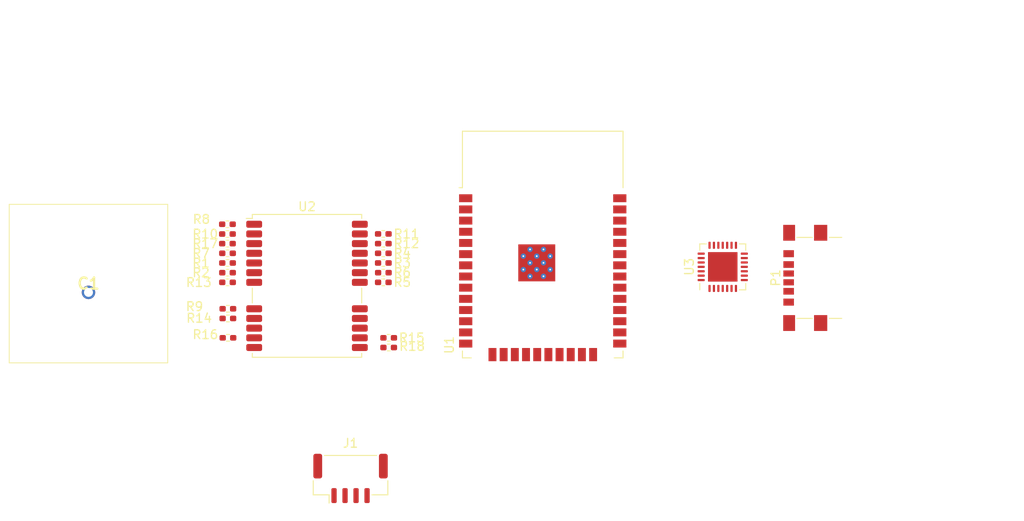
<source format=kicad_pcb>
(kicad_pcb (version 20221018) (generator pcbnew)
  (layers (0 "F.Cu" signal) (31 "B.Cu" signal) (34 "B.Paste" user) (35 "F.Paste" user) (36 "B.SilkS" user "B.Silkscreen") (37 "F.SilkS" user "F.Silkscreen") (38 "B.Mask" user) (39 "F.Mask" user) (44 "Edge.Cuts" user))
  (net 0 "")
  (net 1 "Net-(U1-EN)")
  (net 2 "Net-(U1-IO0)")
  (net 34 "GPS_CS")
  (net 35 "GPS_MISO")
  (net 36 "GPS_MOSI")
  (net 37 "Net-(U2-USB_DM)")
  (net 40 "Net-(U2-USB_DP)")
  (net 41 "Net-(U2-TXD{slash}SPI_MISO)")
  (net 42 "Net-(U2-RXD{slash}SPI_MOSI)")
  (net 43 "Net-(U2-SDA{slash}~{SPI_CS})")
  (net 44 "Net-(U2-~{SAFEBOOT})")
  (net 45 "Net-(U2-D_SEL)")
  (net 46 "Net-(U2-TIMEPULSE)")
  (net 47 "Net-(U2-EXTINT)")
  (net 48 "Net-(U2-VDD_USB)")
  (net 49 "Net-(U2-~{RESET})")
  (net 50 "Net-(U2-VCC_RF)")
  (net 51 "Net-(R18-Pad2)")
  (net 52 "Net-(U2-RF_IN)")
  (net 53 "Net-(U2-LNA_EN)")
  (net 54 "Net-(U2-SCL{slash}SPI_CLK)")
  (net 55 "Net-(U2-V_BCKP)")
  (net 56 "Net-(U2-VCC)")
  (net 57 "GPS_SCK")
  (net 62 "+3V3")
  (net 63 "GND")
  (net 67 "Net-(C1-Pad1)")
  (net 69 "Net-(U3-VBUS)")
  (net 73 "Net-(P1-D+)")
  (net 74 "Net-(P1-D-)")
  (net 93 "ESP32_RX0")
  (net 94 "ESP32_TX0")
  (footprint "Resistor_SMD:R_0402_1005Metric_Pad0.72x0.64mm_HandSolder" (layer "F.Cu") (at 121.1425 104.91)
    (fp_text reference "R17" (at -2.5225 0) (layer "F.SilkS"))
    (fp_text value "R_Small" hide)
    (fp_line (start -0.167621 -0.38) (end 0.167621 -0.38) (stroke (width 0.12)) (layer "F.SilkS"))
    (fp_line (start -0.167621 0.38) (end 0.167621 0.38) (stroke (width 0.12)) (layer "F.SilkS"))
    (pad "1" smd roundrect (at -0.5975 0) (size 0.715 0.64) (layers "F.Cu" "F.Paste" "F.Mask") (net 46 "Net-(U2-TIMEPULSE)"))
    (pad "2" smd roundrect (at 0.5975 0) (size 0.715 0.64) (layers "F.Cu" "F.Paste" "F.Mask"))
  )
  (footprint "Resistor_SMD:R_0402_1005Metric_Pad0.72x0.64mm_HandSolder" (layer "F.Cu") (at 121.1525 106.01)
    (fp_text reference "R7" (at -3.0125 0) (layer "F.SilkS"))
    (fp_text value "R_Small" hide)
    (fp_line (start -0.167621 -0.38) (end 0.167621 -0.38) (stroke (width 0.12)) (layer "F.SilkS"))
    (fp_line (start -0.167621 0.38) (end 0.167621 0.38) (stroke (width 0.12)) (layer "F.SilkS"))
    (pad "1" smd roundrect (at -0.5975 0) (size 0.715 0.64) (layers "F.Cu" "F.Paste" "F.Mask"))
    (pad "2" smd roundrect (at 0.5975 0) (size 0.715 0.64) (layers "F.Cu" "F.Paste" "F.Mask") (net 47 "Net-(U2-EXTINT)"))
  )
  (footprint "Resistor_SMD:R_0402_1005Metric_Pad0.72x0.64mm_HandSolder" (layer "F.Cu") (at 138.8525 108.21)
    (fp_text reference "R6" (at 2.1475 -0.01) (layer "F.SilkS"))
    (fp_text value "R_Small" hide)
    (fp_line (start -0.167621 -0.38) (end 0.167621 -0.38) (stroke (width 0.12)) (layer "F.SilkS"))
    (fp_line (start -0.167621 0.38) (end 0.167621 0.38) (stroke (width 0.12)) (layer "F.SilkS"))
    (pad "1" smd roundrect (at -0.5975 0) (size 0.715 0.64) (layers "F.Cu" "F.Paste" "F.Mask") (net 57 "GPS_SCK"))
    (pad "2" smd roundrect (at 0.5975 0) (size 0.715 0.64) (layers "F.Cu" "F.Paste" "F.Mask") (net 54 "Net-(U2-SCL{slash}SPI_CLK)"))
  )
  (footprint "Resistor_SMD:R_0402_1005Metric_Pad0.72x0.64mm_HandSolder" (layer "F.Cu") (at 121.1425 102.71)
    (fp_text reference "R8" (at -2.9525 -0.56) (layer "F.SilkS"))
    (fp_text value "R_Small" hide)
    (fp_line (start -0.167621 -0.38) (end 0.167621 -0.38) (stroke (width 0.12)) (layer "F.SilkS"))
    (fp_line (start -0.167621 0.38) (end 0.167621 0.38) (stroke (width 0.12)) (layer "F.SilkS"))
    (pad "1" smd roundrect (at -0.5975 0) (size 0.715 0.64) (layers "F.Cu" "F.Paste" "F.Mask"))
    (pad "2" smd roundrect (at 0.5975 0) (size 0.715 0.64) (layers "F.Cu" "F.Paste" "F.Mask") (net 44 "Net-(U2-~{SAFEBOOT})"))
  )
  (footprint "Resistor_SMD:R_0402_1005Metric_Pad0.72x0.64mm_HandSolder" (layer "F.Cu") (at 138.8475 109.31)
    (fp_text reference "R5" (at 2.1525 0) (layer "F.SilkS"))
    (fp_text value "R_Small" hide)
    (fp_line (start -0.167621 -0.38) (end 0.167621 -0.38) (stroke (width 0.12)) (layer "F.SilkS"))
    (fp_line (start -0.167621 0.38) (end 0.167621 0.38) (stroke (width 0.12)) (layer "F.SilkS"))
    (pad "1" smd roundrect (at -0.5975 0) (size 0.715 0.64) (layers "F.Cu" "F.Paste" "F.Mask") (net 34 "GPS_CS"))
    (pad "2" smd roundrect (at 0.5975 0) (size 0.715 0.64) (layers "F.Cu" "F.Paste" "F.Mask") (net 43 "Net-(U2-SDA{slash}~{SPI_CS})"))
  )
  (footprint "Resistor_SMD:R_0402_1005Metric_Pad0.72x0.64mm_HandSolder" (layer "F.Cu") (at 139.4575 115.61)
    (fp_text reference "R15" (at 2.6225 0) (layer "F.SilkS"))
    (fp_text value "R_Small" hide)
    (fp_line (start -0.167621 -0.38) (end 0.167621 -0.38) (stroke (width 0.12)) (layer "F.SilkS"))
    (fp_line (start -0.167621 0.38) (end 0.167621 0.38) (stroke (width 0.12)) (layer "F.SilkS"))
    (pad "1" smd roundrect (at -0.5975 0) (size 0.715 0.64) (layers "F.Cu" "F.Paste" "F.Mask") (net 53 "Net-(U2-LNA_EN)"))
    (pad "2" smd roundrect (at 0.5975 0) (size 0.715 0.64) (layers "F.Cu" "F.Paste" "F.Mask"))
  )
  (footprint "Resistor_SMD:R_0402_1005Metric_Pad0.72x0.64mm_HandSolder" (layer "F.Cu") (at 121.1525 109.31)
    (fp_text reference "R13" (at -3.2625 0.01) (layer "F.SilkS"))
    (fp_text value "R_Small" hide)
    (fp_line (start -0.167621 -0.38) (end 0.167621 -0.38) (stroke (width 0.12)) (layer "F.SilkS"))
    (fp_line (start -0.167621 0.38) (end 0.167621 0.38) (stroke (width 0.12)) (layer "F.SilkS"))
    (pad "1" smd roundrect (at -0.5975 0) (size 0.715 0.64) (layers "F.Cu" "F.Paste" "F.Mask") (net 48 "Net-(U2-VDD_USB)"))
    (pad "2" smd roundrect (at 0.5975 0) (size 0.715 0.64) (layers "F.Cu" "F.Paste" "F.Mask") (net 63 "GND"))
  )
  (footprint "Resistor_SMD:R_0402_1005Metric_Pad0.72x0.64mm_HandSolder" (layer "F.Cu") (at 138.8475 103.81)
    (fp_text reference "R11" (at 2.6325 0) (layer "F.SilkS"))
    (fp_text value "R_Small" hide)
    (fp_line (start -0.167621 -0.38) (end 0.167621 -0.38) (stroke (width 0.12)) (layer "F.SilkS"))
    (fp_line (start -0.167621 0.38) (end 0.167621 0.38) (stroke (width 0.12)) (layer "F.SilkS"))
    (pad "1" smd roundrect (at -0.5975 0) (size 0.715 0.64) (layers "F.Cu" "F.Paste" "F.Mask") (net 56 "Net-(U2-VCC)"))
    (pad "2" smd roundrect (at 0.5975 0) (size 0.715 0.64) (layers "F.Cu" "F.Paste" "F.Mask") (net 62 "+3V3"))
  )
  (footprint "Resistor_SMD:R_0402_1005Metric_Pad0.72x0.64mm_HandSolder" (layer "F.Cu") (at 121.1925 112.31)
    (fp_text reference "R9" (at -3.79 -0.25) (layer "F.SilkS"))
    (fp_text value "R_Small" hide)
    (fp_line (start -0.167621 -0.38) (end 0.167621 -0.38) (stroke (width 0.12)) (layer "F.SilkS"))
    (fp_line (start -0.167621 0.38) (end 0.167621 0.38) (stroke (width 0.12)) (layer "F.SilkS"))
    (pad "1" smd roundrect (at -0.5975 0) (size 0.715 0.64) (layers "F.Cu" "F.Paste" "F.Mask"))
    (pad "2" smd roundrect (at 0.5975 0) (size 0.715 0.64) (layers "F.Cu" "F.Paste" "F.Mask") (net 49 "Net-(U2-~{RESET})"))
  )
  (footprint "Resistor_SMD:R_0402_1005Metric_Pad0.72x0.64mm_HandSolder" (layer "F.Cu") (at 121.1525 108.21)
    (fp_text reference "R2" (at -3.0125 0) (layer "F.SilkS"))
    (fp_text value "R_Small" hide)
    (fp_line (start -0.167621 -0.38) (end 0.167621 -0.38) (stroke (width 0.12)) (layer "F.SilkS"))
    (fp_line (start -0.167621 0.38) (end 0.167621 0.38) (stroke (width 0.12)) (layer "F.SilkS"))
    (pad "1" smd roundrect (at -0.5975 0) (size 0.715 0.64) (layers "F.Cu" "F.Paste" "F.Mask"))
    (pad "2" smd roundrect (at 0.5975 0) (size 0.715 0.64) (layers "F.Cu" "F.Paste" "F.Mask") (net 40 "Net-(U2-USB_DP)"))
  )
  (footprint "RF_GPS:ublox_NEO" (layer "F.Cu") (at 130.18 109.71)
    (fp_text reference "U2" (at 0 -9) (layer "F.SilkS"))
    (fp_text value "NEO-M9N")
    (fp_line (start -6.9 -7.66) (end -6.21 -7.66) (stroke (width 0.12)) (layer "F.SilkS"))
    (fp_line (start -6.21 -8.11) (end -6.21 -7.66) (stroke (width 0.12)) (layer "F.SilkS"))
    (fp_line (start -6.21 -8.11) (end 6.21 -8.11) (stroke (width 0.12)) (layer "F.SilkS"))
    (fp_line (start -6.21 0.26) (end -6.21 1.94) (stroke (width 0.12)) (layer "F.SilkS"))
    (fp_line (start -6.21 7.66) (end -6.21 8.11) (stroke (width 0.12)) (layer "F.SilkS"))
    (fp_line (start -6.21 8.11) (end 6.21 8.11) (stroke (width 0.12)) (layer "F.SilkS"))
    (fp_line (start 6.21 -8.11) (end 6.21 -7.66) (stroke (width 0.12)) (layer "F.SilkS"))
    (fp_line (start 6.21 0.26) (end 6.21 1.94) (stroke (width 0.12)) (layer "F.SilkS"))
    (fp_line (start 6.21 7.66) (end 6.21 8.1) (stroke (width 0.12)) (layer "F.SilkS"))
    (pad "1" smd roundrect (at -6 -7) (size 1.8 0.8) (layers "F.Cu" "F.Paste" "F.Mask") (net 44 "Net-(U2-~{SAFEBOOT})"))
    (pad "2" smd roundrect (at -6 -5.9) (size 1.8 0.8) (layers "F.Cu" "F.Paste" "F.Mask") (net 45 "Net-(U2-D_SEL)"))
    (pad "3" smd roundrect (at -6 -4.8) (size 1.8 0.8) (layers "F.Cu" "F.Paste" "F.Mask") (net 46 "Net-(U2-TIMEPULSE)"))
    (pad "4" smd roundrect (at -6 -3.7) (size 1.8 0.8) (layers "F.Cu" "F.Paste" "F.Mask") (net 47 "Net-(U2-EXTINT)"))
    (pad "5" smd roundrect (at -6 -2.6) (size 1.8 0.8) (layers "F.Cu" "F.Paste" "F.Mask") (net 37 "Net-(U2-USB_DM)"))
    (pad "6" smd roundrect (at -6 -1.5) (size 1.8 0.8) (layers "F.Cu" "F.Paste" "F.Mask") (net 40 "Net-(U2-USB_DP)"))
    (pad "7" smd roundrect (at -6 -0.4) (size 1.8 0.8) (layers "F.Cu" "F.Paste" "F.Mask") (net 48 "Net-(U2-VDD_USB)"))
    (pad "8" smd roundrect (at -6 2.6) (size 1.8 0.8) (layers "F.Cu" "F.Paste" "F.Mask") (net 49 "Net-(U2-~{RESET})"))
    (pad "9" smd roundrect (at -6 3.7) (size 1.8 0.8) (layers "F.Cu" "F.Paste" "F.Mask") (net 50 "Net-(U2-VCC_RF)"))
    (pad "10" smd roundrect (at -6 4.8) (size 1.8 0.8) (layers "F.Cu" "F.Paste" "F.Mask") (net 51 "Net-(R18-Pad2)"))
    (pad "11" smd roundrect (at -6 5.9) (size 1.8 0.8) (layers "F.Cu" "F.Paste" "F.Mask") (net 52 "Net-(U2-RF_IN)"))
    (pad "12" smd roundrect (at -6 7) (size 1.8 0.8) (layers "F.Cu" "F.Paste" "F.Mask") (net 51 "Net-(R18-Pad2)"))
    (pad "13" smd roundrect (at 6 7) (size 1.8 0.8) (layers "F.Cu" "F.Paste" "F.Mask") (net 51 "Net-(R18-Pad2)"))
    (pad "14" smd roundrect (at 6 5.9) (size 1.8 0.8) (layers "F.Cu" "F.Paste" "F.Mask") (net 53 "Net-(U2-LNA_EN)"))
    (pad "15" smd roundrect (at 6 4.8) (size 1.8 0.8) (layers "F.Cu" "F.Paste" "F.Mask"))
    (pad "16" smd roundrect (at 6 3.7) (size 1.8 0.8) (layers "F.Cu" "F.Paste" "F.Mask"))
    (pad "17" smd roundrect (at 6 2.6) (size 1.8 0.8) (layers "F.Cu" "F.Paste" "F.Mask"))
    (pad "18" smd roundrect (at 6 -0.4) (size 1.8 0.8) (layers "F.Cu" "F.Paste" "F.Mask") (net 43 "Net-(U2-SDA{slash}~{SPI_CS})"))
    (pad "19" smd roundrect (at 6 -1.5) (size 1.8 0.8) (layers "F.Cu" "F.Paste" "F.Mask") (net 54 "Net-(U2-SCL{slash}SPI_CLK)"))
    (pad "20" smd roundrect (at 6 -2.6) (size 1.8 0.8) (layers "F.Cu" "F.Paste" "F.Mask") (net 41 "Net-(U2-TXD{slash}SPI_MISO)"))
    (pad "21" smd roundrect (at 6 -3.7) (size 1.8 0.8) (layers "F.Cu" "F.Paste" "F.Mask") (net 42 "Net-(U2-RXD{slash}SPI_MOSI)"))
    (pad "22" smd roundrect (at 6 -4.8) (size 1.8 0.8) (layers "F.Cu" "F.Paste" "F.Mask") (net 55 "Net-(U2-V_BCKP)"))
    (pad "23" smd roundrect (at 6 -5.9) (size 1.8 0.8) (layers "F.Cu" "F.Paste" "F.Mask") (net 56 "Net-(U2-VCC)"))
    (pad "24" smd roundrect (at 6 -7) (size 1.8 0.8) (layers "F.Cu" "F.Paste" "F.Mask") (net 51 "Net-(R18-Pad2)"))
  )
  (footprint "Resistor_SMD:R_0402_1005Metric_Pad0.72x0.64mm_HandSolder" (layer "F.Cu") (at 138.8475 104.91)
    (fp_text reference "R12" (at 2.6325 0) (layer "F.SilkS"))
    (fp_text value "R_Small" hide)
    (fp_line (start -0.167621 -0.38) (end 0.167621 -0.38) (stroke (width 0.12)) (layer "F.SilkS"))
    (fp_line (start -0.167621 0.38) (end 0.167621 0.38) (stroke (width 0.12)) (layer "F.SilkS"))
    (pad "1" smd roundrect (at -0.5975 0) (size 0.715 0.64) (layers "F.Cu" "F.Paste" "F.Mask") (net 55 "Net-(U2-V_BCKP)"))
    (pad "2" smd roundrect (at 0.5975 0) (size 0.715 0.64) (layers "F.Cu" "F.Paste" "F.Mask") (net 62 "+3V3"))
  )
  (footprint "RF_GPS:GPS_ANTENNA" (layer "F.Cu") (at 105.36 110.45)
    (fp_text reference "C1" (at 0 -1) (layer "F.SilkS") (effects (font (size 1.27 1.27) (thickness 0.254))))
    (fp_text value "1004322" hide)
    (fp_line (start -9 -10) (end 9 -10) (stroke (width 0.1)) (layer "F.SilkS"))
    (fp_line (start -9 8) (end -9 -10) (stroke (width 0.1)) (layer "F.SilkS"))
    (fp_line (start 9 -10) (end 9 8) (stroke (width 0.1)) (layer "F.SilkS"))
    (fp_line (start 9 8) (end -9 8) (stroke (width 0.1)) (layer "F.SilkS"))
    (pad "1" thru_hole circle (at 0 0) (size 1.53 1.53) (drill 1.02) (layers "*.Cu" "*.Mask") (net 67 "Net-(C1-Pad1)"))
  )
  (footprint "Resistor_SMD:R_0402_1005Metric_Pad0.72x0.64mm_HandSolder" (layer "F.Cu") (at 138.8475 106.01)
    (fp_text reference "R4" (at 2.1525 0) (layer "F.SilkS"))
    (fp_text value "R_Small" hide)
    (fp_line (start -0.167621 -0.38) (end 0.167621 -0.38) (stroke (width 0.12)) (layer "F.SilkS"))
    (fp_line (start -0.167621 0.38) (end 0.167621 0.38) (stroke (width 0.12)) (layer "F.SilkS"))
    (pad "1" smd roundrect (at -0.5975 0) (size 0.715 0.64) (layers "F.Cu" "F.Paste" "F.Mask") (net 36 "GPS_MOSI"))
    (pad "2" smd roundrect (at 0.5975 0) (size 0.715 0.64) (layers "F.Cu" "F.Paste" "F.Mask") (net 42 "Net-(U2-RXD{slash}SPI_MOSI)"))
  )
  (footprint "Connector_USB:USB_C_Receptacle_GCT_USB4135-GF-A_6P_TopMnt_Horizontal" (layer "F.Cu") (at 187.9175 108.805 90)
    (fp_text reference "P1" (at 0 -4.5 90 unlocked) (layer "F.SilkS"))
    (fp_text value "USB_C_Plug_USB2.0")
    (fp_line (start -4.6 -2.1025) (end -4.6 -0.3475) (stroke (width 0.12)) (layer "F.SilkS"))
    (fp_line (start -4.6 1.6) (end -4.6 3) (stroke (width 0.12)) (layer "F.SilkS"))
    (fp_line (start 4.6 -2.1025) (end 4.6 -0.3475) (stroke (width 0.12)) (layer "F.SilkS"))
    (fp_line (start 4.6 1.6) (end 4.6 3) (stroke (width 0.12)) (layer "F.SilkS"))
    (pad "A5" smd rect (at -0.5 -3.0325 90) (size 0.7 1.2) (layers "F.Cu" "F.Paste" "F.Mask"))
    (pad "A9" smd rect (at 1.52 -3.0325 270) (size 0.76 1.2) (layers "F.Cu" "F.Paste" "F.Mask") (net 69 "Net-(U3-VBUS)"))
    (pad "A12" smd rect (at 2.75 -3.0325 270) (size 0.8 1.2) (layers "F.Cu" "F.Paste" "F.Mask") (net 63 "GND"))
    (pad "B5" smd rect (at 0.5 -3.0325 270) (size 0.7 1.2) (layers "F.Cu" "F.Paste" "F.Mask"))
    (pad "B9" smd rect (at -1.52 -3.0325 90) (size 0.76 1.2) (layers "F.Cu" "F.Paste" "F.Mask") (net 69 "Net-(U3-VBUS)"))
    (pad "B12" smd rect (at -2.75 -3.0325 90) (size 0.8 1.2) (layers "F.Cu" "F.Paste" "F.Mask") (net 63 "GND"))
    (pad "S1" smd rect (at -5.125 -2.9775 90) (size 1.8 1.35) (layers "F.Cu" "F.Paste" "F.Mask") (net 63 "GND"))
    (pad "S1" smd rect (at -5.125 0.6025 90) (size 1.8 1.5) (layers "F.Cu" "F.Paste" "F.Mask") (net 63 "GND"))
    (pad "S1" smd rect (at 5.125 -2.9775 90) (size 1.8 1.35) (layers "F.Cu" "F.Paste" "F.Mask") (net 63 "GND"))
    (pad "S1" smd rect (at 5.125 0.6025 90) (size 1.8 1.5) (layers "F.Cu" "F.Paste" "F.Mask") (net 63 "GND"))
  )
  (footprint "Resistor_SMD:R_0402_1005Metric_Pad0.72x0.64mm_HandSolder" (layer "F.Cu") (at 138.8475 107.11)
    (fp_text reference "R3" (at 2.1525 0) (layer "F.SilkS"))
    (fp_text value "R_Small" hide)
    (fp_line (start -0.167621 -0.38) (end 0.167621 -0.38) (stroke (width 0.12)) (layer "F.SilkS"))
    (fp_line (start -0.167621 0.38) (end 0.167621 0.38) (stroke (width 0.12)) (layer "F.SilkS"))
    (pad "1" smd roundrect (at -0.5975 0) (size 0.715 0.64) (layers "F.Cu" "F.Paste" "F.Mask") (net 35 "GPS_MISO"))
    (pad "2" smd roundrect (at 0.5975 0) (size 0.715 0.64) (layers "F.Cu" "F.Paste" "F.Mask") (net 41 "Net-(U2-TXD{slash}SPI_MISO)"))
  )
  (footprint "Resistor_SMD:R_0402_1005Metric_Pad0.72x0.64mm_HandSolder" (layer "F.Cu") (at 121.1525 107.11)
    (fp_text reference "R1" (at -3.0125 0) (layer "F.SilkS"))
    (fp_text value "R_Small" hide)
    (fp_line (start -0.167621 -0.38) (end 0.167621 -0.38) (stroke (width 0.12)) (layer "F.SilkS"))
    (fp_line (start -0.167621 0.38) (end 0.167621 0.38) (stroke (width 0.12)) (layer "F.SilkS"))
    (pad "1" smd roundrect (at -0.5975 0) (size 0.715 0.64) (layers "F.Cu" "F.Paste" "F.Mask") (net 37 "Net-(U2-USB_DM)"))
    (pad "2" smd roundrect (at 0.5975 0) (size 0.715 0.64) (layers "F.Cu" "F.Paste" "F.Mask"))
  )
  (footprint "RF_Module:ESP32-WROOM-32" (layer "F.Cu") (at 156.955 108.005)
    (fp_text reference "U1" (at -10.61 8.43 90) (layer "F.SilkS"))
    (fp_text value "ESP32-WROOM-32")
    (fp_line (start -9.12 -15.86) (end -9.12 -9.445) (stroke (width 0.12)) (layer "F.SilkS"))
    (fp_line (start -9.12 -15.86) (end 9.12 -15.86) (stroke (width 0.12)) (layer "F.SilkS"))
    (fp_line (start -9.12 -9.445) (end -9.5 -9.445) (stroke (width 0.12)) (layer "F.SilkS"))
    (fp_line (start -9.12 9.1) (end -9.12 9.88) (stroke (width 0.12)) (layer "F.SilkS"))
    (fp_line (start -9.12 9.88) (end -8.12 9.88) (stroke (width 0.12)) (layer "F.SilkS"))
    (fp_line (start 9.12 -15.86) (end 9.12 -9.445) (stroke (width 0.12)) (layer "F.SilkS"))
    (fp_line (start 9.12 9.1) (end 9.12 9.88) (stroke (width 0.12)) (layer "F.SilkS"))
    (fp_line (start 9.12 9.88) (end 8.12 9.88) (stroke (width 0.12)) (layer "F.SilkS"))
    (pad "1" smd rect (at -8.75 -8.25) (size 1.5 0.9) (layers "F.Cu" "F.Paste" "F.Mask") (net 63 "GND"))
    (pad "2" smd rect (at -8.75 -6.98) (size 1.5 0.9) (layers "F.Cu" "F.Paste" "F.Mask") (net 62 "+3V3"))
    (pad "3" smd rect (at -8.75 -5.71) (size 1.5 0.9) (layers "F.Cu" "F.Paste" "F.Mask") (net 1 "Net-(U1-EN)"))
    (pad "4" smd rect (at -8.75 -4.44) (size 1.5 0.9) (layers "F.Cu" "F.Paste" "F.Mask"))
    (pad "5" smd rect (at -8.75 -3.17) (size 1.5 0.9) (layers "F.Cu" "F.Paste" "F.Mask"))
    (pad "6" smd rect (at -8.75 -1.9) (size 1.5 0.9) (layers "F.Cu" "F.Paste" "F.Mask"))
    (pad "7" smd rect (at -8.75 -0.63) (size 1.5 0.9) (layers "F.Cu" "F.Paste" "F.Mask"))
    (pad "8" smd rect (at -8.75 0.64) (size 1.5 0.9) (layers "F.Cu" "F.Paste" "F.Mask"))
    (pad "9" smd rect (at -8.75 1.91) (size 1.5 0.9) (layers "F.Cu" "F.Paste" "F.Mask"))
    (pad "10" smd rect (at -8.75 3.18) (size 1.5 0.9) (layers "F.Cu" "F.Paste" "F.Mask"))
    (pad "11" smd rect (at -8.75 4.45) (size 1.5 0.9) (layers "F.Cu" "F.Paste" "F.Mask"))
    (pad "12" smd rect (at -8.75 5.72) (size 1.5 0.9) (layers "F.Cu" "F.Paste" "F.Mask"))
    (pad "13" smd rect (at -8.75 6.99) (size 1.5 0.9) (layers "F.Cu" "F.Paste" "F.Mask") (net 35 "GPS_MISO"))
    (pad "14" smd rect (at -8.75 8.26) (size 1.5 0.9) (layers "F.Cu" "F.Paste" "F.Mask"))
    (pad "15" smd rect (at -5.71 9.51 90) (size 1.5 0.9) (layers "F.Cu" "F.Paste" "F.Mask") (net 63 "GND"))
    (pad "16" smd rect (at -4.44 9.51 90) (size 1.5 0.9) (layers "F.Cu" "F.Paste" "F.Mask") (net 57 "GPS_SCK"))
    (pad "17" smd rect (at -3.17 9.51 90) (size 1.5 0.9) (layers "F.Cu" "F.Paste" "F.Mask"))
    (pad "18" smd rect (at -1.9 9.51 90) (size 1.5 0.9) (layers "F.Cu" "F.Paste" "F.Mask"))
    (pad "19" smd rect (at -0.63 9.51 90) (size 1.5 0.9) (layers "F.Cu" "F.Paste" "F.Mask"))
    (pad "20" smd rect (at 0.64 9.51 90) (size 1.5 0.9) (layers "F.Cu" "F.Paste" "F.Mask"))
    (pad "21" smd rect (at 1.91 9.51 90) (size 1.5 0.9) (layers "F.Cu" "F.Paste" "F.Mask"))
    (pad "22" smd rect (at 3.18 9.51 90) (size 1.5 0.9) (layers "F.Cu" "F.Paste" "F.Mask"))
    (pad "23" smd rect (at 4.45 9.51 90) (size 1.5 0.9) (layers "F.Cu" "F.Paste" "F.Mask"))
    (pad "24" smd rect (at 5.72 9.51 90) (size 1.5 0.9) (layers "F.Cu" "F.Paste" "F.Mask"))
    (pad "25" smd rect (at 8.75 8.26) (size 1.5 0.9) (layers "F.Cu" "F.Paste" "F.Mask") (net 2 "Net-(U1-IO0)"))
    (pad "26" smd rect (at 8.75 6.99) (size 1.5 0.9) (layers "F.Cu" "F.Paste" "F.Mask"))
    (pad "27" smd rect (at 8.75 5.72) (size 1.5 0.9) (layers "F.Cu" "F.Paste" "F.Mask") (net 36 "GPS_MOSI"))
    (pad "28" smd rect (at 8.75 4.45) (size 1.5 0.9) (layers "F.Cu" "F.Paste" "F.Mask"))
    (pad "29" smd rect (at 8.75 3.18) (size 1.5 0.9) (layers "F.Cu" "F.Paste" "F.Mask"))
    (pad "30" smd rect (at 8.75 1.91) (size 1.5 0.9) (layers "F.Cu" "F.Paste" "F.Mask"))
    (pad "31" smd rect (at 8.75 0.64) (size 1.5 0.9) (layers "F.Cu" "F.Paste" "F.Mask"))
    (pad "32" smd rect (at 8.75 -0.63) (size 1.5 0.9) (layers "F.Cu" "F.Paste" "F.Mask"))
    (pad "33" smd rect (at 8.75 -1.9) (size 1.5 0.9) (layers "F.Cu" "F.Paste" "F.Mask"))
    (pad "34" smd rect (at 8.75 -3.17) (size 1.5 0.9) (layers "F.Cu" "F.Paste" "F.Mask") (net 93 "ESP32_RX0"))
    (pad "35" smd rect (at 8.75 -4.44) (size 1.5 0.9) (layers "F.Cu" "F.Paste" "F.Mask") (net 94 "ESP32_TX0"))
    (pad "36" smd rect (at 8.75 -5.71) (size 1.5 0.9) (layers "F.Cu" "F.Paste" "F.Mask"))
    (pad "37" smd rect (at 8.75 -6.98) (size 1.5 0.9) (layers "F.Cu" "F.Paste" "F.Mask"))
    (pad "38" smd rect (at 8.75 -8.25) (size 1.5 0.9) (layers "F.Cu" "F.Paste" "F.Mask") (net 63 "GND"))
    (pad "39" smd rect (at -2.205 -2.435) (size 1.05 1.05) (layers "F.Cu" "F.Paste") (net 63 "GND"))
    (pad "39" thru_hole circle (at -2.205 -1.6725) (size 0.6 0.6) (drill 0.2) (property pad_prop_heatsink) (layers "*.Cu" "F.Mask") (net 63 "GND"))
    (pad "39" smd rect (at -2.205 -0.91) (size 1.05 1.05) (layers "F.Cu" "F.Paste") (net 63 "GND"))
    (pad "39" thru_hole circle (at -2.205 -0.1475) (size 0.6 0.6) (drill 0.2) (property pad_prop_heatsink) (layers "*.Cu" "F.Mask") (net 63 "GND"))
    (pad "39" smd rect (at -2.205 0.615) (size 1.05 1.05) (layers "F.Cu" "F.Paste") (net 63 "GND"))
    (pad "39" thru_hole circle (at -1.4425 -2.435) (size 0.6 0.6) (drill 0.2) (property pad_prop_heatsink) (layers "*.Cu" "F.Mask") (net 63 "GND"))
    (pad "39" thru_hole circle (at -1.4425 -0.91) (size 0.6 0.6) (drill 0.2) (property pad_prop_heatsink) (layers "*.Cu" "F.Mask") (net 63 "GND"))
    (pad "39" thru_hole circle (at -1.4425 0.615) (size 0.6 0.6) (drill 0.2) (property pad_prop_heatsink) (layers "*.Cu" "F.Mask") (net 63 "GND"))
    (pad "39" smd rect (at -0.68 -2.435) (size 1.05 1.05) (layers "F.Cu" "F.Paste") (net 63 "GND"))
    (pad "39" thru_hole circle (at -0.68 -1.6725) (size 0.6 0.6) (drill 0.2) (property pad_prop_heatsink) (layers "*.Cu" "F.Mask") (net 63 "GND"))
    (pad "39" smd rect (at -0.68 -0.91) (size 1.05 1.05) (layers "F.Cu" "F.Paste") (net 63 "GND"))
    (pad "39" smd rect (at -0.68 -0.91) (size 4.2 4.2) (layers "F.Cu" "F.Mask") (net 63 "GND"))
    (pad "39" thru_hole circle (at -0.68 -0.1475) (size 0.6 0.6) (drill 0.2) (property pad_prop_heatsink) (layers "*.Cu" "F.Mask") (net 63 "GND"))
    (pad "39" smd rect (at -0.68 0.615) (size 1.05 1.05) (layers "F.Cu" "F.Paste") (net 63 "GND"))
    (pad "39" thru_hole circle (at 0.0825 -2.435) (size 0.6 0.6) (drill 0.2) (property pad_prop_heatsink) (layers "*.Cu" "F.Mask") (net 63 "GND"))
    (pad "39" thru_hole circle (at 0.0825 -0.91) (size 0.6 0.6) (drill 0.2) (property pad_prop_heatsink) (layers "*.Cu" "F.Mask") (net 63 "GND"))
    (pad "39" thru_hole circle (at 0.0825 0.615) (size 0.6 0.6) (drill 0.2) (property pad_prop_heatsink) (layers "*.Cu" "F.Mask") (net 63 "GND"))
    (pad "39" smd rect (at 0.845 -2.435) (size 1.05 1.05) (layers "F.Cu" "F.Paste") (net 63 "GND"))
    (pad "39" thru_hole circle (at 0.845 -1.6725) (size 0.6 0.6) (drill 0.2) (property pad_prop_heatsink) (layers "*.Cu" "F.Mask") (net 63 "GND"))
    (pad "39" smd rect (at 0.845 -0.91) (size 1.05 1.05) (layers "F.Cu" "F.Paste") (net 63 "GND"))
    (pad "39" thru_hole circle (at 0.845 -0.1475) (size 0.6 0.6) (drill 0.2) (property pad_prop_heatsink) (layers "*.Cu" "F.Mask") (net 63 "GND"))
    (pad "39" smd rect (at 0.845 0.615) (size 1.05 1.05) (layers "F.Cu" "F.Paste") (net 63 "GND"))
  )
  (footprint "Resistor_SMD:R_0402_1005Metric_Pad0.72x0.64mm_HandSolder" (layer "F.Cu") (at 139.4575 116.71)
    (fp_text reference "R18" (at 2.6575 -0.13) (layer "F.SilkS"))
    (fp_text value "R_Small" hide)
    (fp_line (start -0.167621 -0.38) (end 0.167621 -0.38) (stroke (width 0.12)) (layer "F.SilkS"))
    (fp_line (start -0.167621 0.38) (end 0.167621 0.38) (stroke (width 0.12)) (layer "F.SilkS"))
    (pad "1" smd roundrect (at -0.5975 0) (size 0.715 0.64) (layers "F.Cu" "F.Paste" "F.Mask") (net 63 "GND"))
    (pad "2" smd roundrect (at 0.5975 0) (size 0.715 0.64) (layers "F.Cu" "F.Paste" "F.Mask") (net 51 "Net-(R18-Pad2)"))
  )
  (footprint "Connector_JST:JST_GH_BM04B-GHS-TBT_1x04-1MP_P1.25mm_Vertical" (layer "F.Cu") (at 135.125 131.58)
    (fp_text reference "J1" (at 0 -4) (layer "F.SilkS"))
    (fp_text value "MAV_Serial")
    (fp_line (start -4.235 0.26) (end -4.235 1.86) (stroke (width 0.12)) (layer "F.SilkS"))
    (fp_line (start -4.235 1.86) (end -2.435 1.86) (stroke (width 0.12)) (layer "F.SilkS"))
    (fp_line (start -2.965 -2.61) (end 2.965 -2.61) (stroke (width 0.12)) (layer "F.SilkS"))
    (fp_line (start -2.435 1.86) (end -2.435 2.8) (stroke (width 0.12)) (layer "F.SilkS"))
    (fp_line (start 4.235 0.26) (end 4.235 1.86) (stroke (width 0.12)) (layer "F.SilkS"))
    (fp_line (start 4.235 1.86) (end 2.435 1.86) (stroke (width 0.12)) (layer "F.SilkS"))
    (pad "1" smd roundrect (at -1.875 1.95) (size 0.6 1.7) (layers "F.Cu" "F.Paste" "F.Mask"))
    (pad "2" smd roundrect (at -0.625 1.95) (size 0.6 1.7) (layers "F.Cu" "F.Paste" "F.Mask"))
    (pad "3" smd roundrect (at 0.625 1.95) (size 0.6 1.7) (layers "F.Cu" "F.Paste" "F.Mask"))
    (pad "4" smd roundrect (at 1.875 1.95) (size 0.6 1.7) (layers "F.Cu" "F.Paste" "F.Mask"))
    (pad "MP" smd roundrect (at -3.725 -1.4) (size 1 2.8) (layers "F.Cu" "F.Paste" "F.Mask"))
    (pad "MP" smd roundrect (at 3.725 -1.4) (size 1 2.8) (layers "F.Cu" "F.Paste" "F.Mask"))
  )
  (footprint "Resistor_SMD:R_0402_1005Metric_Pad0.72x0.64mm_HandSolder" (layer "F.Cu") (at 121.1925 113.41)
    (fp_text reference "R14" (at -3.2625 -0.03) (layer "F.SilkS"))
    (fp_text value "R_Small" hide)
    (fp_line (start -0.167621 -0.38) (end 0.167621 -0.38) (stroke (width 0.12)) (layer "F.SilkS"))
    (fp_line (start -0.167621 0.38) (end 0.167621 0.38) (stroke (width 0.12)) (layer "F.SilkS"))
    (pad "1" smd roundrect (at -0.5975 0) (size 0.715 0.64) (layers "F.Cu" "F.Paste" "F.Mask") (net 50 "Net-(U2-VCC_RF)"))
    (pad "2" smd roundrect (at 0.5975 0) (size 0.715 0.64) (layers "F.Cu" "F.Paste" "F.Mask"))
  )
  (footprint "Resistor_SMD:R_0402_1005Metric_Pad0.72x0.64mm_HandSolder" (layer "F.Cu") (at 121.2025 115.61)
    (fp_text reference "R16" (at -2.5675 -0.37) (layer "F.SilkS"))
    (fp_text value "R_Small" hide)
    (fp_line (start -0.167621 -0.38) (end 0.167621 -0.38) (stroke (width 0.12)) (layer "F.SilkS"))
    (fp_line (start -0.167621 0.38) (end 0.167621 0.38) (stroke (width 0.12)) (layer "F.SilkS"))
    (pad "1" smd roundrect (at -0.5975 0) (size 0.715 0.64) (layers "F.Cu" "F.Paste" "F.Mask") (net 52 "Net-(U2-RF_IN)"))
    (pad "2" smd roundrect (at 0.5975 0) (size 0.715 0.64) (layers "F.Cu" "F.Paste" "F.Mask") (net 67 "Net-(C1-Pad1)"))
  )
  (footprint "Resistor_SMD:R_0402_1005Metric_Pad0.72x0.64mm_HandSolder" (layer "F.Cu") (at 121.1425 103.82)
    (fp_text reference "R10" (at -2.5225 0) (layer "F.SilkS"))
    (fp_text value "R_Small" hide)
    (fp_line (start -0.167621 -0.38) (end 0.167621 -0.38) (stroke (width 0.12)) (layer "F.SilkS"))
    (fp_line (start -0.167621 0.38) (end 0.167621 0.38) (stroke (width 0.12)) (layer "F.SilkS"))
    (pad "1" smd roundrect (at -0.5975 0) (size 0.715 0.64) (layers "F.Cu" "F.Paste" "F.Mask"))
    (pad "2" smd roundrect (at 0.5975 0) (size 0.715 0.64) (layers "F.Cu" "F.Paste" "F.Mask") (net 45 "Net-(U2-D_SEL)"))
  )
  (footprint "Package_DFN_QFN:QFN-28-1EP_5x5mm_P0.5mm_EP3.35x3.35mm" (layer "F.Cu") (at 177.4 107.55 90)
    (fp_text reference "U3" (at 0 -3.8 90) (layer "F.SilkS"))
    (fp_text value "CP2102N-Axx-xQFN28")
    (fp_line (start -2.61 2.61) (end -2.61 1.885) (stroke (width 0.12)) (layer "F.SilkS"))
    (fp_line (start -1.885 -2.61) (end -2.61 -2.61) (stroke (width 0.12)) (layer "F.SilkS"))
    (fp_line (start -1.885 2.61) (end -2.61 2.61) (stroke (width 0.12)) (layer "F.SilkS"))
    (fp_line (start 1.885 -2.61) (end 2.61 -2.61) (stroke (width 0.12)) (layer "F.SilkS"))
    (fp_line (start 1.885 2.61) (end 2.61 2.61) (stroke (width 0.12)) (layer "F.SilkS"))
    (fp_line (start 2.61 -2.61) (end 2.61 -1.885) (stroke (width 0.12)) (layer "F.SilkS"))
    (fp_line (start 2.61 2.61) (end 2.61 1.885) (stroke (width 0.12)) (layer "F.SilkS"))
    (pad "1" smd roundrect (at -2.45 -1.5 90) (size 0.8 0.25) (layers "F.Cu" "F.Paste" "F.Mask"))
    (pad "2" smd roundrect (at -2.45 -1 90) (size 0.8 0.25) (layers "F.Cu" "F.Paste" "F.Mask"))
    (pad "3" smd roundrect (at -2.45 -0.5 90) (size 0.8 0.25) (layers "F.Cu" "F.Paste" "F.Mask") (net 63 "GND"))
    (pad "4" smd roundrect (at -2.45 0 90) (size 0.8 0.25) (layers "F.Cu" "F.Paste" "F.Mask") (net 73 "Net-(P1-D+)"))
    (pad "5" smd roundrect (at -2.45 0.5 90) (size 0.8 0.25) (layers "F.Cu" "F.Paste" "F.Mask") (net 74 "Net-(P1-D-)"))
    (pad "6" smd roundrect (at -2.45 1 90) (size 0.8 0.25) (layers "F.Cu" "F.Paste" "F.Mask") (net 62 "+3V3"))
    (pad "7" smd roundrect (at -2.45 1.5 90) (size 0.8 0.25) (layers "F.Cu" "F.Paste" "F.Mask") (net 69 "Net-(U3-VBUS)"))
    (pad "8" smd roundrect (at -1.5 2.45 90) (size 0.25 0.8) (layers "F.Cu" "F.Paste" "F.Mask") (net 69 "Net-(U3-VBUS)"))
    (pad "9" smd roundrect (at -1 2.45 90) (size 0.25 0.8) (layers "F.Cu" "F.Paste" "F.Mask"))
    (pad "10" smd roundrect (at -0.5 2.45 90) (size 0.25 0.8) (layers "F.Cu" "F.Paste" "F.Mask"))
    (pad "11" smd roundrect (at 0 2.45 90) (size 0.25 0.8) (layers "F.Cu" "F.Paste" "F.Mask"))
    (pad "12" smd roundrect (at 0.5 2.45 90) (size 0.25 0.8) (layers "F.Cu" "F.Paste" "F.Mask"))
    (pad "13" smd roundrect (at 1 2.45 90) (size 0.25 0.8) (layers "F.Cu" "F.Paste" "F.Mask"))
    (pad "14" smd roundrect (at 1.5 2.45 90) (size 0.25 0.8) (layers "F.Cu" "F.Paste" "F.Mask"))
    (pad "15" smd roundrect (at 2.45 1.5 90) (size 0.8 0.25) (layers "F.Cu" "F.Paste" "F.Mask"))
    (pad "16" smd roundrect (at 2.45 1 90) (size 0.8 0.25) (layers "F.Cu" "F.Paste" "F.Mask"))
    (pad "17" smd roundrect (at 2.45 0.5 90) (size 0.8 0.25) (layers "F.Cu" "F.Paste" "F.Mask"))
    (pad "18" smd roundrect (at 2.45 0 90) (size 0.8 0.25) (layers "F.Cu" "F.Paste" "F.Mask"))
    (pad "19" smd roundrect (at 2.45 -0.5 90) (size 0.8 0.25) (layers "F.Cu" "F.Paste" "F.Mask"))
    (pad "20" smd roundrect (at 2.45 -1 90) (size 0.8 0.25) (layers "F.Cu" "F.Paste" "F.Mask"))
    (pad "21" smd roundrect (at 2.45 -1.5 90) (size 0.8 0.25) (layers "F.Cu" "F.Paste" "F.Mask"))
    (pad "22" smd roundrect (at 1.5 -2.45 90) (size 0.25 0.8) (layers "F.Cu" "F.Paste" "F.Mask"))
    (pad "23" smd roundrect (at 1 -2.45 90) (size 0.25 0.8) (layers "F.Cu" "F.Paste" "F.Mask"))
    (pad "24" smd roundrect (at 0.5 -2.45 90) (size 0.25 0.8) (layers "F.Cu" "F.Paste" "F.Mask"))
    (pad "25" smd roundrect (at 0 -2.45 90) (size 0.25 0.8) (layers "F.Cu" "F.Paste" "F.Mask") (net 94 "ESP32_TX0"))
    (pad "26" smd roundrect (at -0.5 -2.45 90) (size 0.25 0.8) (layers "F.Cu" "F.Paste" "F.Mask") (net 93 "ESP32_RX0"))
    (pad "27" smd roundrect (at -1 -2.45 90) (size 0.25 0.8) (layers "F.Cu" "F.Paste" "F.Mask"))
    (pad "28" smd roundrect (at -1.5 -2.45 90) (size 0.25 0.8) (layers "F.Cu" "F.Paste" "F.Mask"))
    (pad "29" smd rect (at 0 0 90) (size 3.35 3.35) (layers "F.Cu" "F.Mask") (net 63 "GND"))
  )
)
</source>
